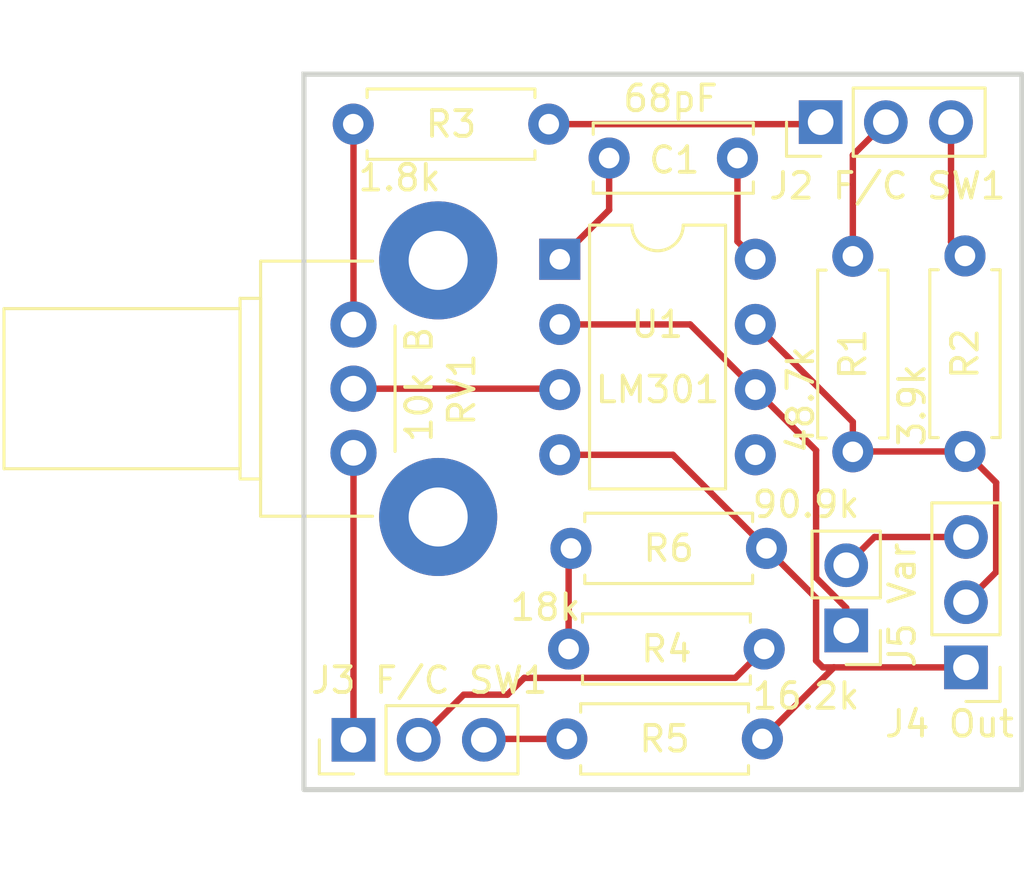
<source format=kicad_pcb>
(kicad_pcb (version 20221018) (generator pcbnew)
  (layers (0 "F.Cu" signal) (31 "B.Cu" signal) (34 "B.Paste" user) (35 "F.Paste" user) (36 "B.SilkS" user "B.Silkscreen") (37 "F.SilkS" user "F.Silkscreen") (38 "B.Mask" user) (39 "F.Mask" user) (44 "Edge.Cuts" user))
  (net 0 "")
  (net 1 "Net-(U1-BAL)")
  (net 2 "Net-(U1-C{slash}B)")
  (net 3 "Net-(R4-Pad1)")
  (net 4 "Net-(U1-+)")
  (net 6 "Net-(R3-Pad1)")
  (net 7 "Net-(J2-Pin_2)")
  (net 8 "Net-(J2-Pin_3)")
  (net 9 "Net-(J2-Pin_1)")
  (net 10 "Net-(J5-Pin_1)")
  (net 11 "Net-(J4-Pin_3)")
  (net 12 "Net-(J4-Pin_2)")
  (net 13 "Net-(J3-Pin_2)")
  (net 14 "Net-(J4-Pin_1)")
  (net 15 "Net-(J3-Pin_3)")
  (net 16 "Net-(J3-Pin_1)")
  (footprint "Connector_PinHeader_2.54mm:PinHeader_1x03_P2.54mm_Vertical" (layer "F.Cu") (at 117.69986 112.705901 90)
    (fp_text reference "J3 F/C SW1" (at 2.318957 2.958712 180) (layer "F.SilkS"))
    (fp_text value "Conn_01x03_Socket")
    (fp_line (start -1.33 -1.33) (end 0 -1.33) (stroke (width 0.12)) (layer "F.SilkS"))
    (fp_line (start -1.33 0) (end -1.33 -1.33) (stroke (width 0.12)) (layer "F.SilkS"))
    (fp_line (start -1.33 1.27) (end -1.33 6.41) (stroke (width 0.12)) (layer "F.SilkS"))
    (fp_line (start -1.33 1.27) (end 1.33 1.27) (stroke (width 0.12)) (layer "F.SilkS"))
    (fp_line (start -1.33 6.41) (end 1.33 6.41) (stroke (width 0.12)) (layer "F.SilkS"))
    (fp_line (start 1.33 1.27) (end 1.33 6.41) (stroke (width 0.12)) (layer "F.SilkS"))
    (pad "1" thru_hole rect (at 0 0 90) (size 1.7 1.7) (drill 1) (layers "*.Cu" "*.Mask") (net 16 "Net-(J3-Pin_1)"))
    (pad "2" thru_hole oval (at 0 2.54 90) (size 1.7 1.7) (drill 1) (layers "*.Cu" "*.Mask") (net 13 "Net-(J3-Pin_2)"))
    (pad "3" thru_hole oval (at 0 5.08 90) (size 1.7 1.7) (drill 1) (layers "*.Cu" "*.Mask") (net 15 "Net-(J3-Pin_3)"))
  )
  (footprint "Potentiometer_THT:Potentiometer_Bourns_PTV09A-2_Single_Horizontal" (layer "F.Cu") (at 117.701397 96.523606 180)
    (fp_text reference "RV1" (at -4.218603 -2.536394 90) (layer "F.SilkS"))
    (fp_text value "10k Lin (B)")
    (fp_text user "10k B" (at -2.557171 -2.336456 90) (layer "F.SilkS"))
    (fp_line (start -1.62 -4.944) (end -1.62 -0.055) (stroke (width 0.12)) (layer "F.SilkS"))
    (fp_line (start -0.745 -7.47) (end 3.62 -7.47) (stroke (width 0.12)) (layer "F.SilkS"))
    (fp_line (start -0.745 2.47) (end 3.62 2.47) (stroke (width 0.12)) (layer "F.SilkS"))
    (fp_line (start 3.62 -7.47) (end 3.62 2.47) (stroke (width 0.12)) (layer "F.SilkS"))
    (fp_line (start 3.62 -6.02) (end 3.62 1.02) (stroke (width 0.12)) (layer "F.SilkS"))
    (fp_line (start 3.62 -6.02) (end 4.42 -6.02) (stroke (width 0.12)) (layer "F.SilkS"))
    (fp_line (start 3.62 1.02) (end 4.42 1.02) (stroke (width 0.12)) (layer "F.SilkS"))
    (fp_line (start 4.42 -6.02) (end 4.42 1.02) (stroke (width 0.12)) (layer "F.SilkS"))
    (fp_line (start 4.42 -5.62) (end 4.42 0.62) (stroke (width 0.12)) (layer "F.SilkS"))
    (fp_line (start 4.42 -5.62) (end 13.62 -5.62) (stroke (width 0.12)) (layer "F.SilkS"))
    (fp_line (start 4.42 0.62) (end 13.62 0.62) (stroke (width 0.12)) (layer "F.SilkS"))
    (fp_line (start 13.62 -5.62) (end 13.62 0.62) (stroke (width 0.12)) (layer "F.SilkS"))
    (pad "" thru_hole circle (at -3.3 -7.5 180) (size 4.6 4.6) (drill 2.3) (layers "*.Cu" "*.Mask"))
    (pad "" thru_hole circle (at -3.3 2.5 180) (size 4.6 4.6) (drill 2.3) (layers "*.Cu" "*.Mask"))
    (pad "1" thru_hole circle (at 0 0 180) (size 1.8 1.8) (drill 1) (layers "*.Cu" "*.Mask") (net 6 "Net-(R3-Pad1)"))
    (pad "2" thru_hole circle (at 0 -2.5 180) (size 1.8 1.8) (drill 1) (layers "*.Cu" "*.Mask") (net 4 "Net-(U1-+)"))
    (pad "3" thru_hole circle (at 0 -5 180) (size 1.8 1.8) (drill 1) (layers "*.Cu" "*.Mask") (net 16 "Net-(J3-Pin_1)"))
  )
  (footprint "Connector_PinHeader_2.54mm:PinHeader_1x02_P2.54mm_Vertical" (layer "F.Cu") (at 136.90235 108.444626 180)
    (fp_text reference "J5 Var" (at -2.18046 0.986664 90) (layer "F.SilkS"))
    (fp_text value "Conn_01x02_Socket")
    (fp_line (start -1.33 -1.33) (end 0 -1.33) (stroke (width 0.12)) (layer "F.SilkS"))
    (fp_line (start -1.33 0) (end -1.33 -1.33) (stroke (width 0.12)) (layer "F.SilkS"))
    (fp_line (start -1.33 1.27) (end -1.33 3.87) (stroke (width 0.12)) (layer "F.SilkS"))
    (fp_line (start -1.33 1.27) (end 1.33 1.27) (stroke (width 0.12)) (layer "F.SilkS"))
    (fp_line (start -1.33 3.87) (end 1.33 3.87) (stroke (width 0.12)) (layer "F.SilkS"))
    (fp_line (start 1.33 1.27) (end 1.33 3.87) (stroke (width 0.12)) (layer "F.SilkS"))
    (pad "1" thru_hole rect (at 0 0 180) (size 1.7 1.7) (drill 1) (layers "*.Cu" "*.Mask") (net 10 "Net-(J5-Pin_1)"))
    (pad "2" thru_hole oval (at 0 2.54 180) (size 1.7 1.7) (drill 1) (layers "*.Cu" "*.Mask") (net 11 "Net-(J4-Pin_3)"))
  )
  (footprint "Resistor_THT:R_Axial_DIN0207_L6.3mm_D2.5mm_P7.62mm_Horizontal" (layer "F.Cu") (at 137.16 101.483896 90)
    (fp_text reference "R1" (at 3.81 0 90) (layer "F.SilkS"))
    (fp_text value "48.7k" (at 2.034997 -2.038056 90) (layer "F.SilkS"))
    (fp_line (start 0.54 -1.37) (end 7.08 -1.37) (stroke (width 0.12)) (layer "F.SilkS"))
    (fp_line (start 0.54 -1.04) (end 0.54 -1.37) (stroke (width 0.12)) (layer "F.SilkS"))
    (fp_line (start 0.54 1.04) (end 0.54 1.37) (stroke (width 0.12)) (layer "F.SilkS"))
    (fp_line (start 0.54 1.37) (end 7.08 1.37) (stroke (width 0.12)) (layer "F.SilkS"))
    (fp_line (start 7.08 -1.37) (end 7.08 -1.04) (stroke (width 0.12)) (layer "F.SilkS"))
    (fp_line (start 7.08 1.37) (end 7.08 1.04) (stroke (width 0.12)) (layer "F.SilkS"))
    (pad "1" thru_hole circle (at 0 0 90) (size 1.6 1.6) (drill 0.8) (layers "*.Cu" "*.Mask") (net 12 "Net-(J4-Pin_2)"))
    (pad "2" thru_hole oval (at 7.62 0 90) (size 1.6 1.6) (drill 0.8) (layers "*.Cu" "*.Mask") (net 7 "Net-(J2-Pin_2)"))
  )
  (footprint "Resistor_THT:R_Axial_DIN0207_L6.3mm_D2.5mm_P7.62mm_Horizontal" (layer "F.Cu") (at 133.634384 112.671473 180)
    (fp_text reference "R5" (at 3.81 0) (layer "F.SilkS"))
    (fp_text value "16.2k" (at -1.699001 1.667805) (layer "F.SilkS"))
    (fp_line (start 0.54 -1.37) (end 7.08 -1.37) (stroke (width 0.12)) (layer "F.SilkS"))
    (fp_line (start 0.54 -1.04) (end 0.54 -1.37) (stroke (width 0.12)) (layer "F.SilkS"))
    (fp_line (start 0.54 1.04) (end 0.54 1.37) (stroke (width 0.12)) (layer "F.SilkS"))
    (fp_line (start 0.54 1.37) (end 7.08 1.37) (stroke (width 0.12)) (layer "F.SilkS"))
    (fp_line (start 7.08 -1.37) (end 7.08 -1.04) (stroke (width 0.12)) (layer "F.SilkS"))
    (fp_line (start 7.08 1.37) (end 7.08 1.04) (stroke (width 0.12)) (layer "F.SilkS"))
    (pad "1" thru_hole circle (at 0 0 180) (size 1.6 1.6) (drill 0.8) (layers "*.Cu" "*.Mask") (net 14 "Net-(J4-Pin_1)"))
    (pad "2" thru_hole oval (at 7.62 0 180) (size 1.6 1.6) (drill 0.8) (layers "*.Cu" "*.Mask") (net 15 "Net-(J3-Pin_3)"))
  )
  (footprint "Connector_PinHeader_2.54mm:PinHeader_1x03_P2.54mm_Vertical" (layer "F.Cu") (at 135.905792 88.6375 90)
    (fp_text reference "J2 F/C SW1" (at -2.486339 2.602022) (layer "F.SilkS"))
    (fp_text value "Conn_01x03_Socket")
    (fp_line (start -1.33 -1.33) (end 0 -1.33) (stroke (width 0.12)) (layer "F.SilkS"))
    (fp_line (start -1.33 0) (end -1.33 -1.33) (stroke (width 0.12)) (layer "F.SilkS"))
    (fp_line (start -1.33 1.27) (end -1.33 6.41) (stroke (width 0.12)) (layer "F.SilkS"))
    (fp_line (start -1.33 1.27) (end 1.33 1.27) (stroke (width 0.12)) (layer "F.SilkS"))
    (fp_line (start -1.33 6.41) (end 1.33 6.41) (stroke (width 0.12)) (layer "F.SilkS"))
    (fp_line (start 1.33 1.27) (end 1.33 6.41) (stroke (width 0.12)) (layer "F.SilkS"))
    (pad "1" thru_hole rect (at 0 0 90) (size 1.7 1.7) (drill 1) (layers "*.Cu" "*.Mask") (net 9 "Net-(J2-Pin_1)"))
    (pad "2" thru_hole oval (at 0 2.54 90) (size 1.7 1.7) (drill 1) (layers "*.Cu" "*.Mask") (net 7 "Net-(J2-Pin_2)"))
    (pad "3" thru_hole oval (at 0 5.08 90) (size 1.7 1.7) (drill 1) (layers "*.Cu" "*.Mask") (net 8 "Net-(J2-Pin_3)"))
  )
  (footprint "Resistor_THT:R_Axial_DIN0207_L6.3mm_D2.5mm_P7.62mm_Horizontal" (layer "F.Cu") (at 133.794814 105.247363 180)
    (fp_text reference "R6" (at 3.81 0) (layer "F.SilkS"))
    (fp_text value "90.9k" (at -1.538571 1.71056 180) (layer "F.SilkS"))
    (fp_line (start 0.54 -1.37) (end 7.08 -1.37) (stroke (width 0.12)) (layer "F.SilkS"))
    (fp_line (start 0.54 -1.04) (end 0.54 -1.37) (stroke (width 0.12)) (layer "F.SilkS"))
    (fp_line (start 0.54 1.04) (end 0.54 1.37) (stroke (width 0.12)) (layer "F.SilkS"))
    (fp_line (start 0.54 1.37) (end 7.08 1.37) (stroke (width 0.12)) (layer "F.SilkS"))
    (fp_line (start 7.08 -1.37) (end 7.08 -1.04) (stroke (width 0.12)) (layer "F.SilkS"))
    (fp_line (start 7.08 1.37) (end 7.08 1.04) (stroke (width 0.12)) (layer "F.SilkS"))
    (pad "1" thru_hole circle (at 0 0 180) (size 1.6 1.6) (drill 0.8) (layers "*.Cu" "*.Mask") (net 14 "Net-(J4-Pin_1)"))
    (pad "2" thru_hole oval (at 7.62 0 180) (size 1.6 1.6) (drill 0.8) (layers "*.Cu" "*.Mask") (net 3 "Net-(R4-Pad1)"))
  )
  (footprint "Package_DIP:DIP-8_W7.62mm" (layer "F.Cu") (at 125.74 93.98)
    (fp_text reference "U1" (at 3.8 2.54) (layer "F.SilkS"))
    (fp_text value "LM301" (at 3.81 5.08) (layer "F.SilkS"))
    (fp_line (start 1.16 -1.33) (end 1.16 8.95) (stroke (width 0.12)) (layer "F.SilkS"))
    (fp_line (start 1.16 8.95) (end 6.46 8.95) (stroke (width 0.12)) (layer "F.SilkS"))
    (fp_line (start 2.81 -1.33) (end 1.16 -1.33) (stroke (width 0.12)) (layer "F.SilkS"))
    (fp_line (start 6.46 -1.33) (end 4.81 -1.33) (stroke (width 0.12)) (layer "F.SilkS"))
    (fp_line (start 6.46 8.95) (end 6.46 -1.33) (stroke (width 0.12)) (layer "F.SilkS"))
    (fp_arc (start 4.81 -1.33) (mid 3.81 -0.33) (end 2.81 -1.33) (stroke (width 0.12)) (layer "F.SilkS"))
    (pad "1" thru_hole rect (at 0 0) (size 1.6 1.6) (drill 0.8) (layers "*.Cu" "*.Mask") (net 1 "Net-(U1-BAL)"))
    (pad "2" thru_hole oval (at 0 2.54) (size 1.6 1.6) (drill 0.8) (layers "*.Cu" "*.Mask") (net 10 "Net-(J5-Pin_1)"))
    (pad "3" thru_hole oval (at 0 5.08) (size 1.6 1.6) (drill 0.8) (layers "*.Cu" "*.Mask") (net 4 "Net-(U1-+)"))
    (pad "4" thru_hole oval (at 0 7.62) (size 1.6 1.6) (drill 0.8) (layers "*.Cu" "*.Mask") (net 14 "Net-(J4-Pin_1)"))
    (pad "5" thru_hole oval (at 7.62 7.62) (size 1.6 1.6) (drill 0.8) (layers "*.Cu" "*.Mask"))
    (pad "6" thru_hole oval (at 7.62 5.08) (size 1.6 1.6) (drill 0.8) (layers "*.Cu" "*.Mask") (net 10 "Net-(J5-Pin_1)"))
    (pad "7" thru_hole oval (at 7.62 2.54) (size 1.6 1.6) (drill 0.8) (layers "*.Cu" "*.Mask") (net 12 "Net-(J4-Pin_2)"))
    (pad "8" thru_hole oval (at 7.62 0) (size 1.6 1.6) (drill 0.8) (layers "*.Cu" "*.Mask") (net 2 "Net-(U1-C{slash}B)"))
  )
  (footprint "Capacitor_THT:C_Disc_D6.0mm_W2.5mm_P5.00mm" (layer "F.Cu") (at 127.663348 90.037537)
    (fp_text reference "C1" (at 2.54 0.08) (layer "F.SilkS"))
    (fp_text value "68pF" (at 2.392563 -2.3211) (layer "F.SilkS"))
    (fp_line (start -0.62 -1.37) (end -0.62 -0.925) (stroke (width 0.12)) (layer "F.SilkS"))
    (fp_line (start -0.62 -1.37) (end 5.62 -1.37) (stroke (width 0.12)) (layer "F.SilkS"))
    (fp_line (start -0.62 0.925) (end -0.62 1.37) (stroke (width 0.12)) (layer "F.SilkS"))
    (fp_line (start -0.62 1.37) (end 5.62 1.37) (stroke (width 0.12)) (layer "F.SilkS"))
    (fp_line (start 5.62 -1.37) (end 5.62 -0.925) (stroke (width 0.12)) (layer "F.SilkS"))
    (fp_line (start 5.62 0.925) (end 5.62 1.37) (stroke (width 0.12)) (layer "F.SilkS"))
    (pad "1" thru_hole circle (at 0 0) (size 1.6 1.6) (drill 0.8) (layers "*.Cu" "*.Mask") (net 1 "Net-(U1-BAL)"))
    (pad "2" thru_hole circle (at 5 0) (size 1.6 1.6) (drill 0.8) (layers "*.Cu" "*.Mask") (net 2 "Net-(U1-C{slash}B)"))
  )
  (footprint "Resistor_THT:R_Axial_DIN0207_L6.3mm_D2.5mm_P7.62mm_Horizontal" (layer "F.Cu") (at 126.085173 109.168258)
    (fp_text reference "R4" (at 3.81 0) (layer "F.SilkS"))
    (fp_text value "18k" (at -0.902058 -1.625793) (layer "F.SilkS"))
    (fp_line (start 0.54 -1.37) (end 7.08 -1.37) (stroke (width 0.12)) (layer "F.SilkS"))
    (fp_line (start 0.54 -1.04) (end 0.54 -1.37) (stroke (width 0.12)) (layer "F.SilkS"))
    (fp_line (start 0.54 1.04) (end 0.54 1.37) (stroke (width 0.12)) (layer "F.SilkS"))
    (fp_line (start 0.54 1.37) (end 7.08 1.37) (stroke (width 0.12)) (layer "F.SilkS"))
    (fp_line (start 7.08 -1.37) (end 7.08 -1.04) (stroke (width 0.12)) (layer "F.SilkS"))
    (fp_line (start 7.08 1.37) (end 7.08 1.04) (stroke (width 0.12)) (layer "F.SilkS"))
    (pad "1" thru_hole circle (at 0 0) (size 1.6 1.6) (drill 0.8) (layers "*.Cu" "*.Mask") (net 3 "Net-(R4-Pad1)"))
    (pad "2" thru_hole oval (at 7.62 0) (size 1.6 1.6) (drill 0.8) (layers "*.Cu" "*.Mask") (net 13 "Net-(J3-Pin_2)"))
  )
  (footprint "Resistor_THT:R_Axial_DIN0207_L6.3mm_D2.5mm_P7.62mm_Horizontal" (layer "F.Cu") (at 141.530251 101.469962 90)
    (fp_text reference "R2" (at 3.81 0 90) (layer "F.SilkS"))
    (fp_text value "3.9k" (at 1.801658 -2.062366 270) (layer "F.SilkS"))
    (fp_line (start 0.54 -1.37) (end 7.08 -1.37) (stroke (width 0.12)) (layer "F.SilkS"))
    (fp_line (start 0.54 -1.04) (end 0.54 -1.37) (stroke (width 0.12)) (layer "F.SilkS"))
    (fp_line (start 0.54 1.04) (end 0.54 1.37) (stroke (width 0.12)) (layer "F.SilkS"))
    (fp_line (start 0.54 1.37) (end 7.08 1.37) (stroke (width 0.12)) (layer "F.SilkS"))
    (fp_line (start 7.08 -1.37) (end 7.08 -1.04) (stroke (width 0.12)) (layer "F.SilkS"))
    (fp_line (start 7.08 1.37) (end 7.08 1.04) (stroke (width 0.12)) (layer "F.SilkS"))
    (pad "1" thru_hole circle (at 0 0 90) (size 1.6 1.6) (drill 0.8) (layers "*.Cu" "*.Mask") (net 12 "Net-(J4-Pin_2)"))
    (pad "2" thru_hole oval (at 7.62 0 90) (size 1.6 1.6) (drill 0.8) (layers "*.Cu" "*.Mask") (net 8 "Net-(J2-Pin_3)"))
  )
  (footprint "Connector_PinHeader_2.54mm:PinHeader_1x03_P2.54mm_Vertical" (layer "F.Cu") (at 141.569141 109.883553 180)
    (fp_text reference "J4 Out" (at 0.643907 -2.20409) (layer "F.SilkS"))
    (fp_text value "Conn_01x03_Socket")
    (fp_line (start -1.33 -1.33) (end 0 -1.33) (stroke (width 0.12)) (layer "F.SilkS"))
    (fp_line (start -1.33 0) (end -1.33 -1.33) (stroke (width 0.12)) (layer "F.SilkS"))
    (fp_line (start -1.33 1.27) (end -1.33 6.41) (stroke (width 0.12)) (layer "F.SilkS"))
    (fp_line (start -1.33 1.27) (end 1.33 1.27) (stroke (width 0.12)) (layer "F.SilkS"))
    (fp_line (start -1.33 6.41) (end 1.33 6.41) (stroke (width 0.12)) (layer "F.SilkS"))
    (fp_line (start 1.33 1.27) (end 1.33 6.41) (stroke (width 0.12)) (layer "F.SilkS"))
    (pad "1" thru_hole rect (at 0 0 180) (size 1.7 1.7) (drill 1) (layers "*.Cu" "*.Mask") (net 14 "Net-(J4-Pin_1)"))
    (pad "2" thru_hole oval (at 0 2.54 180) (size 1.7 1.7) (drill 1) (layers "*.Cu" "*.Mask") (net 12 "Net-(J4-Pin_2)"))
    (pad "3" thru_hole oval (at 0 5.08 180) (size 1.7 1.7) (drill 1) (layers "*.Cu" "*.Mask") (net 11 "Net-(J4-Pin_3)"))
  )
  (footprint "Resistor_THT:R_Axial_DIN0207_L6.3mm_D2.5mm_P7.62mm_Horizontal" (layer "F.Cu") (at 117.69194 88.71528)
    (fp_text reference "R3" (at 3.81 0) (layer "F.SilkS"))
    (fp_text value "1.8k" (at 1.801828 2.091648) (layer "F.SilkS"))
    (fp_line (start 0.54 -1.37) (end 7.08 -1.37) (stroke (width 0.12)) (layer "F.SilkS"))
    (fp_line (start 0.54 -1.04) (end 0.54 -1.37) (stroke (width 0.12)) (layer "F.SilkS"))
    (fp_line (start 0.54 1.04) (end 0.54 1.37) (stroke (width 0.12)) (layer "F.SilkS"))
    (fp_line (start 0.54 1.37) (end 7.08 1.37) (stroke (width 0.12)) (layer "F.SilkS"))
    (fp_line (start 7.08 -1.37) (end 7.08 -1.04) (stroke (width 0.12)) (layer "F.SilkS"))
    (fp_line (start 7.08 1.37) (end 7.08 1.04) (stroke (width 0.12)) (layer "F.SilkS"))
    (pad "1" thru_hole circle (at 0 0) (size 1.6 1.6) (drill 0.8) (layers "*.Cu" "*.Mask") (net 6 "Net-(R3-Pad1)"))
    (pad "2" thru_hole oval (at 7.62 0) (size 1.6 1.6) (drill 0.8) (layers "*.Cu" "*.Mask") (net 9 "Net-(J2-Pin_1)"))
  )
  (gr_rect (start 115.770621 86.769004) (end 143.746977 114.647075) (stroke (width 0.2)) (fill none) (layer "Edge.Cuts"))
  (segment (start 127.663348 90.037537) (end 127.663348 92.056652) (width 0.25) (layer "F.Cu") (net 1))
  (segment (start 127.663348 92.056652) (end 125.74 93.98) (width 0.25) (layer "F.Cu") (net 1))
  (segment (start 132.663348 93.283348) (end 133.36 93.98) (width 0.25) (layer "F.Cu") (net 2))
  (segment (start 132.663348 90.037537) (end 132.663348 93.283348) (width 0.25) (layer "F.Cu") (net 2))
  (segment (start 126.085173 109.168258) (end 126.085173 105.337004) (width 0.25) (layer "F.Cu") (net 3))
  (segment (start 126.085173 105.337004) (end 126.174814 105.247363) (width 0.25) (layer "F.Cu") (net 3))
  (segment (start 117.701397 99.023606) (end 125.703606 99.023606) (width 0.25) (layer "F.Cu") (net 4))
  (segment (start 125.703606 99.023606) (end 125.74 99.06) (width 0.25) (layer "F.Cu") (net 4))
  (segment (start 117.701397 96.523606) (end 117.701397 88.724737) (width 0.25) (layer "F.Cu") (net 6))
  (segment (start 117.701397 88.724737) (end 117.69194 88.71528) (width 0.25) (layer "F.Cu") (net 6))
  (segment (start 138.445792 88.6375) (end 137.16 89.923292) (width 0.25) (layer "F.Cu") (net 7))
  (segment (start 137.16 89.923292) (end 137.16 93.863896) (width 0.25) (layer "F.Cu") (net 7))
  (segment (start 140.985792 93.305503) (end 141.530251 93.849962) (width 0.25) (layer "F.Cu") (net 8))
  (segment (start 140.985792 88.6375) (end 140.985792 93.305503) (width 0.25) (layer "F.Cu") (net 8))
  (segment (start 135.828012 88.71528) (end 135.905792 88.6375) (width 0.25) (layer "F.Cu") (net 9))
  (segment (start 125.31194 88.71528) (end 135.828012 88.71528) (width 0.25) (layer "F.Cu") (net 9))
  (segment (start 136.90235 107.566327) (end 136.90235 108.444626) (width 0.25) (layer "F.Cu") (net 10))
  (segment (start 135.72735 101.42735) (end 135.72735 106.391327) (width 0.25) (layer "F.Cu") (net 10))
  (segment (start 125.74 96.52) (end 130.819999 96.519999) (width 0.25) (layer "F.Cu") (net 10))
  (segment (start 133.36 99.06) (end 135.72735 101.42735) (width 0.25) (layer "F.Cu") (net 10))
  (segment (start 135.72735 106.391327) (end 136.90235 107.566327) (width 0.25) (layer "F.Cu") (net 10))
  (segment (start 130.819999 96.519999) (end 133.36 99.06) (width 0.25) (layer "F.Cu") (net 10))
  (segment (start 136.90235 105.904626) (end 138.003423 104.803553) (width 0.25) (layer "F.Cu") (net 11))
  (segment (start 138.003423 104.803553) (end 141.569141 104.803553) (width 0.25) (layer "F.Cu") (net 11))
  (segment (start 142.744141 106.168553) (end 141.569141 107.343553) (width 0.25) (layer "F.Cu") (net 12))
  (segment (start 141.530251 101.469962) (end 137.173934 101.469962) (width 0.25) (layer "F.Cu") (net 12))
  (segment (start 137.173934 101.469962) (end 137.16 101.483896) (width 0.25) (layer "F.Cu") (net 12))
  (segment (start 142.744141 102.683852) (end 142.744141 106.168553) (width 0.25) (layer "F.Cu") (net 12))
  (segment (start 141.530251 101.469962) (end 142.744141 102.683852) (width 0.25) (layer "F.Cu") (net 12))
  (segment (start 137.16 100.32) (end 133.36 96.52) (width 0.25) (layer "F.Cu") (net 12))
  (segment (start 137.16 101.483896) (end 137.16 100.32) (width 0.25) (layer "F.Cu") (net 12))
  (segment (start 132.580173 110.293258) (end 124.353422 110.293258) (width 0.25) (layer "F.Cu") (net 13))
  (segment (start 123.698716 110.947964) (end 121.997797 110.947964) (width 0.25) (layer "F.Cu") (net 13))
  (segment (start 133.705173 109.168258) (end 132.580173 110.293258) (width 0.25) (layer "F.Cu") (net 13))
  (segment (start 121.997797 110.947964) (end 120.23986 112.705901) (width 0.25) (layer "F.Cu") (net 13))
  (segment (start 124.353422 110.293258) (end 123.698716 110.947964) (width 0.25) (layer "F.Cu") (net 13))
  (segment (start 130.147451 101.6) (end 133.794814 105.247363) (width 0.25) (layer "F.Cu") (net 14))
  (segment (start 125.74 101.6) (end 130.147451 101.6) (width 0.25) (layer "F.Cu") (net 14))
  (segment (start 135.72735 107.179899) (end 135.72735 109.619626) (width 0.25) (layer "F.Cu") (net 14))
  (segment (start 135.991277 109.883553) (end 136.422304 109.883553) (width 0.25) (layer "F.Cu") (net 14))
  (segment (start 136.422304 109.883553) (end 133.634384 112.671473) (width 0.25) (layer "F.Cu") (net 14))
  (segment (start 135.72735 109.619626) (end 135.991277 109.883553) (width 0.25) (layer "F.Cu") (net 14))
  (segment (start 141.569141 109.883553) (end 136.422304 109.883553) (width 0.25) (layer "F.Cu") (net 14))
  (segment (start 133.794814 105.247363) (end 135.72735 107.179899) (width 0.25) (layer "F.Cu") (net 14))
  (segment (start 126.014384 112.671473) (end 122.814288 112.671473) (width 0.25) (layer "F.Cu") (net 15))
  (segment (start 122.814288 112.671473) (end 122.77986 112.705901) (width 0.25) (layer "F.Cu") (net 15))
  (segment (start 117.701397 112.704364) (end 117.69986 112.705901) (width 0.25) (layer "F.Cu") (net 16))
  (segment (start 117.701397 101.523606) (end 117.701397 112.704364) (width 0.25) (layer "F.Cu") (net 16))
)
</source>
